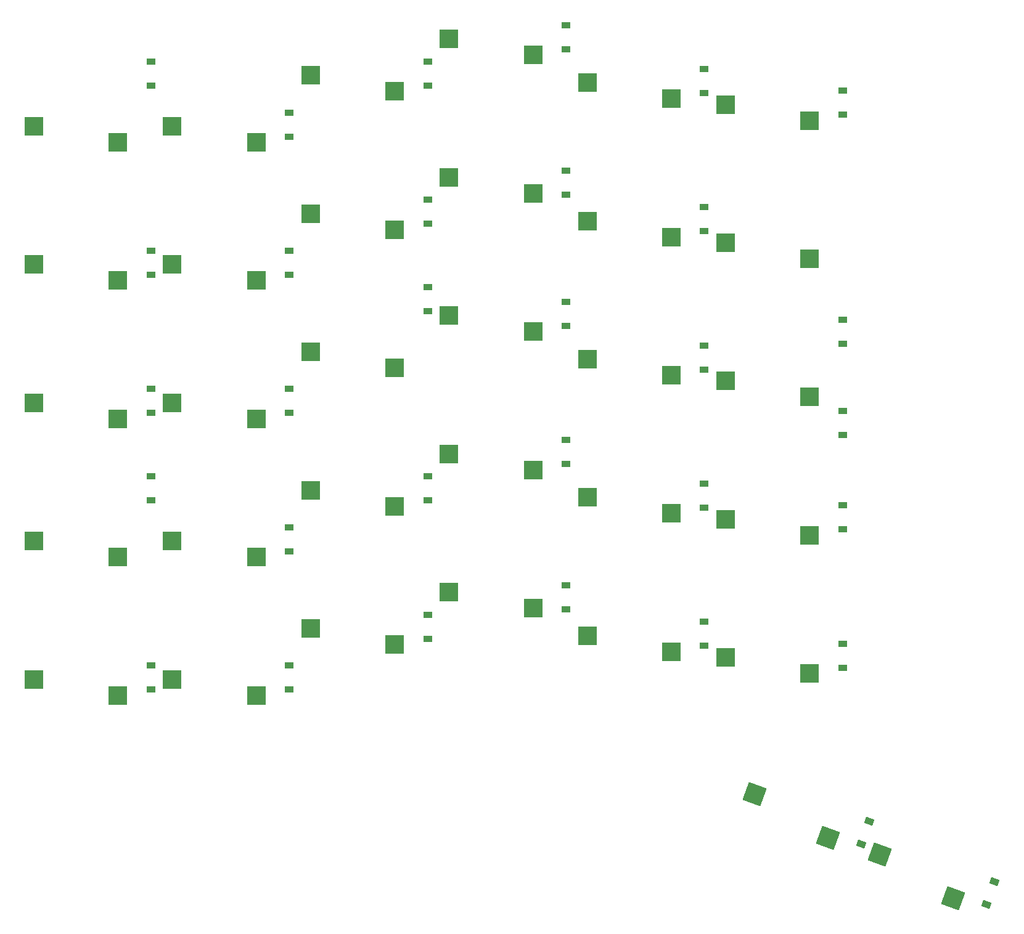
<source format=gbp>
%TF.GenerationSoftware,KiCad,Pcbnew,9.0.6*%
%TF.CreationDate,2025-11-12T16:56:55+01:00*%
%TF.ProjectId,left_finished,6c656674-5f66-4696-9e69-736865642e6b,1*%
%TF.SameCoordinates,Original*%
%TF.FileFunction,Paste,Bot*%
%TF.FilePolarity,Positive*%
%FSLAX46Y46*%
G04 Gerber Fmt 4.6, Leading zero omitted, Abs format (unit mm)*
G04 Created by KiCad (PCBNEW 9.0.6) date 2025-11-12 16:56:55*
%MOMM*%
%LPD*%
G01*
G04 APERTURE LIST*
G04 Aperture macros list*
%AMRotRect*
0 Rectangle, with rotation*
0 The origin of the aperture is its center*
0 $1 length*
0 $2 width*
0 $3 Rotation angle, in degrees counterclockwise*
0 Add horizontal line*
21,1,$1,$2,0,0,$3*%
G04 Aperture macros list end*
%ADD10R,2.600000X2.600000*%
%ADD11R,1.200000X0.900000*%
%ADD12RotRect,0.900000X1.200000X70.000000*%
%ADD13RotRect,2.600000X2.600000X160.000000*%
G04 APERTURE END LIST*
D10*
%TO.C,S11*%
X199887050Y-183082250D03*
X188337050Y-180882250D03*
%TD*%
D11*
%TO.C,D18*%
X242412050Y-145282250D03*
X242412050Y-141982250D03*
%TD*%
D10*
%TO.C,S4*%
X161887050Y-133082250D03*
X150337050Y-130882250D03*
%TD*%
%TO.C,S26*%
X256887050Y-187082250D03*
X245337050Y-184882250D03*
%TD*%
%TO.C,S6*%
X180887050Y-190082250D03*
X169337050Y-187882250D03*
%TD*%
%TO.C,S9*%
X180887050Y-133082250D03*
X169337050Y-130882250D03*
%TD*%
%TO.C,S29*%
X256887050Y-130082250D03*
X245337050Y-127882250D03*
%TD*%
D11*
%TO.C,D1*%
X166412050Y-189282250D03*
X166412050Y-185982250D03*
%TD*%
D10*
%TO.C,S28*%
X256887050Y-149082250D03*
X245337050Y-146882250D03*
%TD*%
D11*
%TO.C,D11*%
X204412050Y-125282250D03*
X204412050Y-121982250D03*
%TD*%
D10*
%TO.C,S20*%
X218887050Y-102082250D03*
X207337050Y-99882250D03*
%TD*%
D11*
%TO.C,D24*%
X261412050Y-141782250D03*
X261412050Y-138482250D03*
%TD*%
%TO.C,D16*%
X242412050Y-183282250D03*
X242412050Y-179982250D03*
%TD*%
%TO.C,D25*%
X261412050Y-154282250D03*
X261412050Y-150982250D03*
%TD*%
%TO.C,D6*%
X185412050Y-151282250D03*
X185412050Y-147982250D03*
%TD*%
%TO.C,D14*%
X223412050Y-139282250D03*
X223412050Y-135982250D03*
%TD*%
%TO.C,D13*%
X223412050Y-158282250D03*
X223412050Y-154982250D03*
%TD*%
D10*
%TO.C,S2*%
X161887050Y-171082250D03*
X150337050Y-168882250D03*
%TD*%
D11*
%TO.C,D3*%
X166412050Y-132282250D03*
X166412050Y-128982250D03*
%TD*%
D10*
%TO.C,S23*%
X237887050Y-146082250D03*
X226337050Y-143882250D03*
%TD*%
D11*
%TO.C,D20*%
X242412050Y-107282250D03*
X242412050Y-103982250D03*
%TD*%
D10*
%TO.C,S14*%
X199887050Y-126082250D03*
X188337050Y-123882250D03*
%TD*%
%TO.C,S10*%
X180887050Y-114082250D03*
X169337050Y-111882250D03*
%TD*%
%TO.C,S12*%
X199887050Y-164082250D03*
X188337050Y-161882250D03*
%TD*%
%TO.C,S22*%
X237887050Y-165082250D03*
X226337050Y-162882250D03*
%TD*%
D11*
%TO.C,D28*%
X204412050Y-137282250D03*
X204412050Y-133982250D03*
%TD*%
%TO.C,D10*%
X204412050Y-163282250D03*
X204412050Y-159982250D03*
%TD*%
%TO.C,D8*%
X185412050Y-113282250D03*
X185412050Y-109982250D03*
%TD*%
D12*
%TO.C,D31*%
X263930249Y-210489424D03*
X265058915Y-207388438D03*
%TD*%
D11*
%TO.C,D23*%
X261412050Y-110282250D03*
X261412050Y-106982250D03*
%TD*%
D10*
%TO.C,S8*%
X180887050Y-152082250D03*
X169337050Y-149882250D03*
%TD*%
%TO.C,S24*%
X237887050Y-127082250D03*
X226337050Y-124882250D03*
%TD*%
D11*
%TO.C,D30*%
X223412050Y-121282250D03*
X223412050Y-117982250D03*
%TD*%
D10*
%TO.C,S7*%
X180887050Y-171082250D03*
X169337050Y-168882250D03*
%TD*%
D13*
%TO.C,S32*%
X276608845Y-217977336D03*
X266507840Y-211959680D03*
%TD*%
D12*
%TO.C,D32*%
X281134570Y-218773223D03*
X282263236Y-215672237D03*
%TD*%
D11*
%TO.C,D7*%
X185412050Y-132282250D03*
X185412050Y-128982250D03*
%TD*%
D10*
%TO.C,S30*%
X256887050Y-111082250D03*
X245337050Y-108882250D03*
%TD*%
D11*
%TO.C,D21*%
X261412050Y-186282250D03*
X261412050Y-182982250D03*
%TD*%
%TO.C,D27*%
X166412050Y-106282250D03*
X166412050Y-102982250D03*
%TD*%
D13*
%TO.C,S31*%
X259404523Y-209693537D03*
X249303518Y-203675881D03*
%TD*%
D11*
%TO.C,D17*%
X242412050Y-164282250D03*
X242412050Y-160982250D03*
%TD*%
D10*
%TO.C,S19*%
X218887050Y-121082250D03*
X207337050Y-118882250D03*
%TD*%
D11*
%TO.C,D22*%
X261412050Y-167282250D03*
X261412050Y-163982250D03*
%TD*%
%TO.C,D9*%
X204412050Y-182282250D03*
X204412050Y-178982250D03*
%TD*%
D10*
%TO.C,S27*%
X256887050Y-168082250D03*
X245337050Y-165882250D03*
%TD*%
D11*
%TO.C,D29*%
X223412050Y-178282250D03*
X223412050Y-174982250D03*
%TD*%
D10*
%TO.C,S21*%
X237887050Y-184082250D03*
X226337050Y-181882250D03*
%TD*%
D11*
%TO.C,D12*%
X204412050Y-106282250D03*
X204412050Y-102982250D03*
%TD*%
%TO.C,D19*%
X242412050Y-126282250D03*
X242412050Y-122982250D03*
%TD*%
D10*
%TO.C,S13*%
X199887050Y-145082250D03*
X188337050Y-142882250D03*
%TD*%
%TO.C,S17*%
X218887050Y-159082250D03*
X207337050Y-156882250D03*
%TD*%
%TO.C,S16*%
X218887050Y-178082250D03*
X207337050Y-175882250D03*
%TD*%
D11*
%TO.C,D5*%
X185412050Y-170282250D03*
X185412050Y-166982250D03*
%TD*%
D10*
%TO.C,S25*%
X237887050Y-108082250D03*
X226337050Y-105882250D03*
%TD*%
%TO.C,S3*%
X161887050Y-152082250D03*
X150337050Y-149882250D03*
%TD*%
%TO.C,S15*%
X199887050Y-107082250D03*
X188337050Y-104882250D03*
%TD*%
D11*
%TO.C,D26*%
X166412050Y-163282250D03*
X166412050Y-159982250D03*
%TD*%
D10*
%TO.C,S1*%
X161887050Y-190082250D03*
X150337050Y-187882250D03*
%TD*%
%TO.C,S18*%
X218887050Y-140082250D03*
X207337050Y-137882250D03*
%TD*%
D11*
%TO.C,D2*%
X166412050Y-151282250D03*
X166412050Y-147982250D03*
%TD*%
D10*
%TO.C,S5*%
X161887050Y-114082250D03*
X150337050Y-111882250D03*
%TD*%
D11*
%TO.C,D15*%
X223412050Y-101282250D03*
X223412050Y-97982250D03*
%TD*%
%TO.C,D4*%
X185412050Y-189282250D03*
X185412050Y-185982250D03*
%TD*%
M02*

</source>
